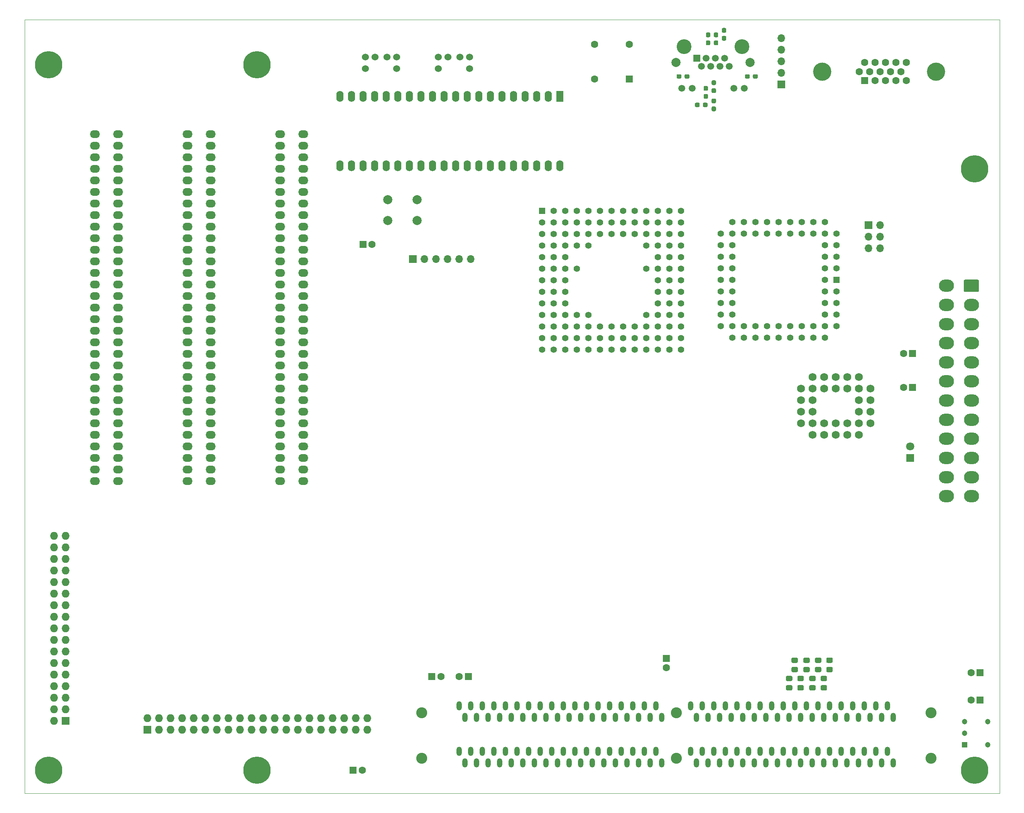
<source format=gbr>
%TF.GenerationSoftware,KiCad,Pcbnew,5.1.9*%
%TF.CreationDate,2021-03-28T04:41:59-04:00*%
%TF.ProjectId,C68,4336382e-6b69-4636-9164-5f7063625858,rev?*%
%TF.SameCoordinates,Original*%
%TF.FileFunction,Soldermask,Bot*%
%TF.FilePolarity,Negative*%
%FSLAX46Y46*%
G04 Gerber Fmt 4.6, Leading zero omitted, Abs format (unit mm)*
G04 Created by KiCad (PCBNEW 5.1.9) date 2021-03-28 04:41:59*
%MOMM*%
%LPD*%
G01*
G04 APERTURE LIST*
%TA.AperFunction,Profile*%
%ADD10C,0.050000*%
%TD*%
%ADD11O,2.200000X1.700000*%
%ADD12R,1.200000X1.200000*%
%ADD13C,1.200000*%
%ADD14O,1.700000X1.700000*%
%ADD15R,1.700000X1.700000*%
%ADD16C,2.000000*%
%ADD17C,1.397000*%
%ADD18R,1.397000X1.397000*%
%ADD19C,2.410000*%
%ADD20O,1.200000X2.000000*%
%ADD21C,6.000000*%
%ADD22C,1.600000*%
%ADD23R,1.600000X1.600000*%
%ADD24C,4.000000*%
%ADD25C,1.422400*%
%ADD26R,1.422400X1.422400*%
%ADD27C,1.750000*%
%ADD28O,3.300000X2.700000*%
%ADD29C,1.524000*%
%ADD30C,1.500000*%
%ADD31C,3.250000*%
%ADD32R,1.500000X1.500000*%
%ADD33R,1.600000X2.400000*%
%ADD34O,1.600000X2.400000*%
%ADD35C,1.800000*%
%ADD36R,1.800000X1.800000*%
%ADD37O,1.727200X1.727200*%
%ADD38R,1.727200X1.727200*%
G04 APERTURE END LIST*
D10*
X304000000Y-210000000D02*
X90000000Y-210000000D01*
X304000000Y-40000000D02*
X304000000Y-210000000D01*
X90000000Y-40000000D02*
X304000000Y-40000000D01*
X90000000Y-210000000D02*
X90000000Y-40000000D01*
D11*
X105430000Y-65220000D03*
X110510000Y-65220000D03*
X105430000Y-67760000D03*
X105430000Y-70300000D03*
X105430000Y-72840000D03*
X105430000Y-75380000D03*
X105430000Y-77920000D03*
X105430000Y-80460000D03*
X105430000Y-83000000D03*
X105430000Y-85540000D03*
X105430000Y-88080000D03*
X105430000Y-90620000D03*
X105430000Y-93160000D03*
X105430000Y-95700000D03*
X105430000Y-98240000D03*
X105430000Y-100780000D03*
X105430000Y-103320000D03*
X105430000Y-105860000D03*
X105430000Y-108400000D03*
X105430000Y-110940000D03*
X105430000Y-113480000D03*
X105430000Y-116020000D03*
X105430000Y-118560000D03*
X105430000Y-121100000D03*
X105430000Y-123640000D03*
X105430000Y-126180000D03*
X105430000Y-128720000D03*
X105430000Y-131260000D03*
X105430000Y-133800000D03*
X105430000Y-136340000D03*
X105430000Y-138880000D03*
X105430000Y-141420000D03*
X110510000Y-67760000D03*
X110510000Y-70300000D03*
X110510000Y-72840000D03*
X110510000Y-75380000D03*
X110510000Y-77920000D03*
X110510000Y-80460000D03*
X110510000Y-83000000D03*
X110510000Y-85540000D03*
X110510000Y-88080000D03*
X110510000Y-90620000D03*
X110510000Y-93160000D03*
X110510000Y-95700000D03*
X110510000Y-98240000D03*
X110510000Y-100780000D03*
X110510000Y-103320000D03*
X110510000Y-105860000D03*
X110510000Y-108400000D03*
X110510000Y-110940000D03*
X110510000Y-113480000D03*
X110510000Y-116020000D03*
X110510000Y-118560000D03*
X110510000Y-121100000D03*
X110510000Y-123640000D03*
X110510000Y-126180000D03*
X110510000Y-128720000D03*
X110510000Y-131260000D03*
X110510000Y-133800000D03*
X110510000Y-136340000D03*
X110510000Y-138880000D03*
X110510000Y-141420000D03*
D12*
X296250000Y-199320000D03*
D13*
X296250000Y-196780000D03*
X296250000Y-194240000D03*
X301330000Y-199320000D03*
X301330000Y-194240000D03*
D14*
X277740000Y-90230000D03*
X275200000Y-90230000D03*
X277740000Y-87690000D03*
X275200000Y-87690000D03*
X277740000Y-85150000D03*
D15*
X275200000Y-85150000D03*
D14*
X187890000Y-92610000D03*
X185350000Y-92610000D03*
X182810000Y-92610000D03*
X180270000Y-92610000D03*
X177730000Y-92610000D03*
D15*
X175190000Y-92610000D03*
D16*
X176190000Y-79610000D03*
X176190000Y-84110000D03*
X169690000Y-79610000D03*
X169690000Y-84110000D03*
D17*
X234040000Y-112510000D03*
X234040000Y-109970000D03*
X234040000Y-107430000D03*
X234040000Y-104890000D03*
X234040000Y-102350000D03*
X234040000Y-99810000D03*
X234040000Y-97270000D03*
X234040000Y-94730000D03*
X234040000Y-92190000D03*
X234040000Y-89650000D03*
X234040000Y-87110000D03*
X234040000Y-84570000D03*
X234040000Y-82030000D03*
X231500000Y-112510000D03*
X231500000Y-109970000D03*
X231500000Y-107430000D03*
X231500000Y-104890000D03*
X231500000Y-102350000D03*
X231500000Y-99810000D03*
X231500000Y-97270000D03*
X231500000Y-94730000D03*
X231500000Y-92190000D03*
X231500000Y-89650000D03*
X231500000Y-87110000D03*
X231500000Y-84570000D03*
X231500000Y-82030000D03*
X228960000Y-112510000D03*
X228960000Y-109970000D03*
X228960000Y-107430000D03*
X228960000Y-104890000D03*
X228960000Y-102350000D03*
X228960000Y-99810000D03*
X228960000Y-97270000D03*
X228960000Y-94730000D03*
X228960000Y-92190000D03*
X228960000Y-89650000D03*
X228960000Y-87110000D03*
X228960000Y-84570000D03*
X228960000Y-82030000D03*
X226420000Y-112510000D03*
X226420000Y-109970000D03*
X226420000Y-107430000D03*
X226420000Y-104890000D03*
X226420000Y-94730000D03*
X226420000Y-89650000D03*
X226420000Y-87110000D03*
X226420000Y-84570000D03*
X226420000Y-82030000D03*
X223880000Y-112510000D03*
X223880000Y-109970000D03*
X223880000Y-107430000D03*
X223880000Y-87110000D03*
X223880000Y-84570000D03*
X223880000Y-82030000D03*
X221340000Y-112510000D03*
X221340000Y-109970000D03*
X221340000Y-107430000D03*
X221340000Y-87110000D03*
X221340000Y-84570000D03*
X221340000Y-82030000D03*
X218800000Y-112510000D03*
X218800000Y-109970000D03*
X218800000Y-107430000D03*
X218800000Y-87110000D03*
X218800000Y-84570000D03*
X218800000Y-82030000D03*
X216260000Y-112510000D03*
X216260000Y-109970000D03*
X216260000Y-107430000D03*
X216260000Y-87110000D03*
X216260000Y-84570000D03*
X216260000Y-82030000D03*
X213720000Y-112510000D03*
X213720000Y-109970000D03*
X213720000Y-107430000D03*
X213720000Y-104890000D03*
X213720000Y-89650000D03*
X213720000Y-87110000D03*
X213720000Y-84570000D03*
X213720000Y-82030000D03*
X211180000Y-112510000D03*
X211180000Y-109970000D03*
X211180000Y-107430000D03*
X211180000Y-104890000D03*
X211180000Y-94730000D03*
X211180000Y-89650000D03*
X211180000Y-87110000D03*
X211180000Y-84570000D03*
X211180000Y-82030000D03*
X208640000Y-112510000D03*
X208640000Y-109970000D03*
X208640000Y-107430000D03*
X208640000Y-104890000D03*
X208640000Y-102350000D03*
X208640000Y-99810000D03*
X208640000Y-97270000D03*
X208640000Y-94730000D03*
X208640000Y-92190000D03*
X208640000Y-89650000D03*
X208640000Y-87110000D03*
X208640000Y-84570000D03*
X208640000Y-82030000D03*
X206100000Y-112510000D03*
X206100000Y-109970000D03*
X206100000Y-107430000D03*
X206100000Y-104890000D03*
X206100000Y-102350000D03*
X206100000Y-99810000D03*
X206100000Y-97270000D03*
X206100000Y-94730000D03*
X206100000Y-92190000D03*
X206100000Y-89650000D03*
X206100000Y-87110000D03*
X206100000Y-84570000D03*
X206100000Y-82030000D03*
X203560000Y-112510000D03*
X203560000Y-109970000D03*
X203560000Y-107430000D03*
X203560000Y-104890000D03*
X203560000Y-102350000D03*
X203560000Y-99810000D03*
X203560000Y-97270000D03*
X203560000Y-94730000D03*
X203560000Y-92190000D03*
X203560000Y-89650000D03*
X203560000Y-87110000D03*
X203560000Y-84570000D03*
D18*
X203560000Y-82030000D03*
D19*
X288907000Y-192250000D03*
X177147000Y-192250000D03*
D20*
X280652000Y-193266000D03*
X278112000Y-193266000D03*
X275572000Y-193266000D03*
X273032000Y-193266000D03*
X270492000Y-193266000D03*
X267952000Y-193266000D03*
X265412000Y-193266000D03*
X262872000Y-193266000D03*
X260332000Y-193266000D03*
X257792000Y-193266000D03*
X255252000Y-193266000D03*
X252712000Y-193266000D03*
X250172000Y-193266000D03*
X247632000Y-193266000D03*
X245092000Y-193266000D03*
X242552000Y-193266000D03*
X240012000Y-193266000D03*
X237472000Y-193266000D03*
X236202000Y-190726000D03*
X238742000Y-190726000D03*
X241282000Y-190726000D03*
X243822000Y-190726000D03*
X246362000Y-190726000D03*
X248902000Y-190726000D03*
X251442000Y-190726000D03*
X253982000Y-190726000D03*
X256522000Y-190726000D03*
X259062000Y-190726000D03*
X261602000Y-190726000D03*
X264142000Y-190726000D03*
X266682000Y-190726000D03*
X269222000Y-190726000D03*
X271762000Y-190726000D03*
X274302000Y-190726000D03*
X276842000Y-190726000D03*
X279382000Y-190726000D03*
X228582000Y-190726000D03*
X226042000Y-190726000D03*
X223502000Y-190726000D03*
X220962000Y-190726000D03*
X218422000Y-190726000D03*
X215882000Y-190726000D03*
X213342000Y-190726000D03*
X210802000Y-190726000D03*
X208262000Y-190726000D03*
X205722000Y-190726000D03*
X203182000Y-190726000D03*
X200642000Y-190726000D03*
X198102000Y-190726000D03*
X195562000Y-190726000D03*
X193022000Y-190726000D03*
X190482000Y-190726000D03*
X187942000Y-190726000D03*
X185402000Y-190726000D03*
X186672000Y-193266000D03*
X189212000Y-193266000D03*
X191752000Y-193266000D03*
X194292000Y-193266000D03*
X196832000Y-193266000D03*
X199372000Y-193266000D03*
X201912000Y-193266000D03*
X204452000Y-193266000D03*
X206992000Y-193266000D03*
X209532000Y-193266000D03*
X212072000Y-193266000D03*
X214612000Y-193266000D03*
X217152000Y-193266000D03*
X219692000Y-193266000D03*
X222232000Y-193266000D03*
X224772000Y-193266000D03*
X227312000Y-193266000D03*
X229852000Y-193266000D03*
D19*
X233027000Y-192250000D03*
D21*
X140990000Y-49980000D03*
X298470000Y-72840000D03*
X298470000Y-204920000D03*
X140990000Y-204920000D03*
D11*
X125750000Y-65220000D03*
X130830000Y-65220000D03*
X125750000Y-67760000D03*
X125750000Y-70300000D03*
X125750000Y-72840000D03*
X125750000Y-75380000D03*
X125750000Y-77920000D03*
X125750000Y-80460000D03*
X125750000Y-83000000D03*
X125750000Y-85540000D03*
X125750000Y-88080000D03*
X125750000Y-90620000D03*
X125750000Y-93160000D03*
X125750000Y-95700000D03*
X125750000Y-98240000D03*
X125750000Y-100780000D03*
X125750000Y-103320000D03*
X125750000Y-105860000D03*
X125750000Y-108400000D03*
X125750000Y-110940000D03*
X125750000Y-113480000D03*
X125750000Y-116020000D03*
X125750000Y-118560000D03*
X125750000Y-121100000D03*
X125750000Y-123640000D03*
X125750000Y-126180000D03*
X125750000Y-128720000D03*
X125750000Y-131260000D03*
X125750000Y-133800000D03*
X125750000Y-136340000D03*
X125750000Y-138880000D03*
X125750000Y-141420000D03*
X130830000Y-67760000D03*
X130830000Y-70300000D03*
X130830000Y-72840000D03*
X130830000Y-75380000D03*
X130830000Y-77920000D03*
X130830000Y-80460000D03*
X130830000Y-83000000D03*
X130830000Y-85540000D03*
X130830000Y-88080000D03*
X130830000Y-90620000D03*
X130830000Y-93160000D03*
X130830000Y-95700000D03*
X130830000Y-98240000D03*
X130830000Y-100780000D03*
X130830000Y-103320000D03*
X130830000Y-105860000D03*
X130830000Y-108400000D03*
X130830000Y-110940000D03*
X130830000Y-113480000D03*
X130830000Y-116020000D03*
X130830000Y-118560000D03*
X130830000Y-121100000D03*
X130830000Y-123640000D03*
X130830000Y-126180000D03*
X130830000Y-128720000D03*
X130830000Y-131260000D03*
X130830000Y-133800000D03*
X130830000Y-136340000D03*
X130830000Y-138880000D03*
X130830000Y-141420000D03*
X146070000Y-65220000D03*
X151150000Y-65220000D03*
X146070000Y-67760000D03*
X146070000Y-70300000D03*
X146070000Y-72840000D03*
X146070000Y-75380000D03*
X146070000Y-77920000D03*
X146070000Y-80460000D03*
X146070000Y-83000000D03*
X146070000Y-85540000D03*
X146070000Y-88080000D03*
X146070000Y-90620000D03*
X146070000Y-93160000D03*
X146070000Y-95700000D03*
X146070000Y-98240000D03*
X146070000Y-100780000D03*
X146070000Y-103320000D03*
X146070000Y-105860000D03*
X146070000Y-108400000D03*
X146070000Y-110940000D03*
X146070000Y-113480000D03*
X146070000Y-116020000D03*
X146070000Y-118560000D03*
X146070000Y-121100000D03*
X146070000Y-123640000D03*
X146070000Y-126180000D03*
X146070000Y-128720000D03*
X146070000Y-131260000D03*
X146070000Y-133800000D03*
X146070000Y-136340000D03*
X146070000Y-138880000D03*
X146070000Y-141420000D03*
X151150000Y-67760000D03*
X151150000Y-70300000D03*
X151150000Y-72840000D03*
X151150000Y-75380000D03*
X151150000Y-77920000D03*
X151150000Y-80460000D03*
X151150000Y-83000000D03*
X151150000Y-85540000D03*
X151150000Y-88080000D03*
X151150000Y-90620000D03*
X151150000Y-93160000D03*
X151150000Y-95700000D03*
X151150000Y-98240000D03*
X151150000Y-100780000D03*
X151150000Y-103320000D03*
X151150000Y-105860000D03*
X151150000Y-108400000D03*
X151150000Y-110940000D03*
X151150000Y-113480000D03*
X151150000Y-116020000D03*
X151150000Y-118560000D03*
X151150000Y-121100000D03*
X151150000Y-123640000D03*
X151150000Y-126180000D03*
X151150000Y-128720000D03*
X151150000Y-131260000D03*
X151150000Y-133800000D03*
X151150000Y-136340000D03*
X151150000Y-138880000D03*
X151150000Y-141420000D03*
G36*
G01*
X239762500Y-42850000D02*
X240237500Y-42850000D01*
G75*
G02*
X240475000Y-43087500I0J-237500D01*
G01*
X240475000Y-43662500D01*
G75*
G02*
X240237500Y-43900000I-237500J0D01*
G01*
X239762500Y-43900000D01*
G75*
G02*
X239525000Y-43662500I0J237500D01*
G01*
X239525000Y-43087500D01*
G75*
G02*
X239762500Y-42850000I237500J0D01*
G01*
G37*
G36*
G01*
X239762500Y-44600000D02*
X240237500Y-44600000D01*
G75*
G02*
X240475000Y-44837500I0J-237500D01*
G01*
X240475000Y-45412500D01*
G75*
G02*
X240237500Y-45650000I-237500J0D01*
G01*
X239762500Y-45650000D01*
G75*
G02*
X239525000Y-45412500I0J237500D01*
G01*
X239525000Y-44837500D01*
G75*
G02*
X239762500Y-44600000I237500J0D01*
G01*
G37*
G36*
G01*
X241487500Y-60150000D02*
X241012500Y-60150000D01*
G75*
G02*
X240775000Y-59912500I0J237500D01*
G01*
X240775000Y-59337500D01*
G75*
G02*
X241012500Y-59100000I237500J0D01*
G01*
X241487500Y-59100000D01*
G75*
G02*
X241725000Y-59337500I0J-237500D01*
G01*
X241725000Y-59912500D01*
G75*
G02*
X241487500Y-60150000I-237500J0D01*
G01*
G37*
G36*
G01*
X241487500Y-58400000D02*
X241012500Y-58400000D01*
G75*
G02*
X240775000Y-58162500I0J237500D01*
G01*
X240775000Y-57587500D01*
G75*
G02*
X241012500Y-57350000I237500J0D01*
G01*
X241487500Y-57350000D01*
G75*
G02*
X241725000Y-57587500I0J-237500D01*
G01*
X241725000Y-58162500D01*
G75*
G02*
X241487500Y-58400000I-237500J0D01*
G01*
G37*
G36*
G01*
X249150000Y-52262500D02*
X249150000Y-52737500D01*
G75*
G02*
X248912500Y-52975000I-237500J0D01*
G01*
X248337500Y-52975000D01*
G75*
G02*
X248100000Y-52737500I0J237500D01*
G01*
X248100000Y-52262500D01*
G75*
G02*
X248337500Y-52025000I237500J0D01*
G01*
X248912500Y-52025000D01*
G75*
G02*
X249150000Y-52262500I0J-237500D01*
G01*
G37*
G36*
G01*
X250900000Y-52262500D02*
X250900000Y-52737500D01*
G75*
G02*
X250662500Y-52975000I-237500J0D01*
G01*
X250087500Y-52975000D01*
G75*
G02*
X249850000Y-52737500I0J237500D01*
G01*
X249850000Y-52262500D01*
G75*
G02*
X250087500Y-52025000I237500J0D01*
G01*
X250662500Y-52025000D01*
G75*
G02*
X250900000Y-52262500I0J-237500D01*
G01*
G37*
G36*
G01*
X234850000Y-52737500D02*
X234850000Y-52262500D01*
G75*
G02*
X235087500Y-52025000I237500J0D01*
G01*
X235662500Y-52025000D01*
G75*
G02*
X235900000Y-52262500I0J-237500D01*
G01*
X235900000Y-52737500D01*
G75*
G02*
X235662500Y-52975000I-237500J0D01*
G01*
X235087500Y-52975000D01*
G75*
G02*
X234850000Y-52737500I0J237500D01*
G01*
G37*
G36*
G01*
X233100000Y-52737500D02*
X233100000Y-52262500D01*
G75*
G02*
X233337500Y-52025000I237500J0D01*
G01*
X233912500Y-52025000D01*
G75*
G02*
X234150000Y-52262500I0J-237500D01*
G01*
X234150000Y-52737500D01*
G75*
G02*
X233912500Y-52975000I-237500J0D01*
G01*
X233337500Y-52975000D01*
G75*
G02*
X233100000Y-52737500I0J237500D01*
G01*
G37*
G36*
G01*
X243737500Y-42900000D02*
X243262500Y-42900000D01*
G75*
G02*
X243025000Y-42662500I0J237500D01*
G01*
X243025000Y-42087500D01*
G75*
G02*
X243262500Y-41850000I237500J0D01*
G01*
X243737500Y-41850000D01*
G75*
G02*
X243975000Y-42087500I0J-237500D01*
G01*
X243975000Y-42662500D01*
G75*
G02*
X243737500Y-42900000I-237500J0D01*
G01*
G37*
G36*
G01*
X243737500Y-44650000D02*
X243262500Y-44650000D01*
G75*
G02*
X243025000Y-44412500I0J237500D01*
G01*
X243025000Y-43837500D01*
G75*
G02*
X243262500Y-43600000I237500J0D01*
G01*
X243737500Y-43600000D01*
G75*
G02*
X243975000Y-43837500I0J-237500D01*
G01*
X243975000Y-44412500D01*
G75*
G02*
X243737500Y-44650000I-237500J0D01*
G01*
G37*
G36*
G01*
X241512500Y-44600000D02*
X241987500Y-44600000D01*
G75*
G02*
X242225000Y-44837500I0J-237500D01*
G01*
X242225000Y-45412500D01*
G75*
G02*
X241987500Y-45650000I-237500J0D01*
G01*
X241512500Y-45650000D01*
G75*
G02*
X241275000Y-45412500I0J237500D01*
G01*
X241275000Y-44837500D01*
G75*
G02*
X241512500Y-44600000I237500J0D01*
G01*
G37*
G36*
G01*
X241512500Y-42850000D02*
X241987500Y-42850000D01*
G75*
G02*
X242225000Y-43087500I0J-237500D01*
G01*
X242225000Y-43662500D01*
G75*
G02*
X241987500Y-43900000I-237500J0D01*
G01*
X241512500Y-43900000D01*
G75*
G02*
X241275000Y-43662500I0J237500D01*
G01*
X241275000Y-43087500D01*
G75*
G02*
X241512500Y-42850000I237500J0D01*
G01*
G37*
G36*
G01*
X239737500Y-55650000D02*
X239262500Y-55650000D01*
G75*
G02*
X239025000Y-55412500I0J237500D01*
G01*
X239025000Y-54837500D01*
G75*
G02*
X239262500Y-54600000I237500J0D01*
G01*
X239737500Y-54600000D01*
G75*
G02*
X239975000Y-54837500I0J-237500D01*
G01*
X239975000Y-55412500D01*
G75*
G02*
X239737500Y-55650000I-237500J0D01*
G01*
G37*
G36*
G01*
X239737500Y-57400000D02*
X239262500Y-57400000D01*
G75*
G02*
X239025000Y-57162500I0J237500D01*
G01*
X239025000Y-56587500D01*
G75*
G02*
X239262500Y-56350000I237500J0D01*
G01*
X239737500Y-56350000D01*
G75*
G02*
X239975000Y-56587500I0J-237500D01*
G01*
X239975000Y-57162500D01*
G75*
G02*
X239737500Y-57400000I-237500J0D01*
G01*
G37*
G36*
G01*
X241012500Y-55100000D02*
X241487500Y-55100000D01*
G75*
G02*
X241725000Y-55337500I0J-237500D01*
G01*
X241725000Y-55912500D01*
G75*
G02*
X241487500Y-56150000I-237500J0D01*
G01*
X241012500Y-56150000D01*
G75*
G02*
X240775000Y-55912500I0J237500D01*
G01*
X240775000Y-55337500D01*
G75*
G02*
X241012500Y-55100000I237500J0D01*
G01*
G37*
G36*
G01*
X241012500Y-53350000D02*
X241487500Y-53350000D01*
G75*
G02*
X241725000Y-53587500I0J-237500D01*
G01*
X241725000Y-54162500D01*
G75*
G02*
X241487500Y-54400000I-237500J0D01*
G01*
X241012500Y-54400000D01*
G75*
G02*
X240775000Y-54162500I0J237500D01*
G01*
X240775000Y-53587500D01*
G75*
G02*
X241012500Y-53350000I237500J0D01*
G01*
G37*
D14*
X256035095Y-44069404D03*
X256035095Y-46609404D03*
X256035095Y-49149404D03*
X256035095Y-51689404D03*
D15*
X256035095Y-54229404D03*
D21*
X95270000Y-204920000D03*
X95270000Y-49980000D03*
D19*
X288907000Y-202250000D03*
X177147000Y-202250000D03*
D20*
X280652000Y-203266000D03*
X278112000Y-203266000D03*
X275572000Y-203266000D03*
X273032000Y-203266000D03*
X270492000Y-203266000D03*
X267952000Y-203266000D03*
X265412000Y-203266000D03*
X262872000Y-203266000D03*
X260332000Y-203266000D03*
X257792000Y-203266000D03*
X255252000Y-203266000D03*
X252712000Y-203266000D03*
X250172000Y-203266000D03*
X247632000Y-203266000D03*
X245092000Y-203266000D03*
X242552000Y-203266000D03*
X240012000Y-203266000D03*
X237472000Y-203266000D03*
X236202000Y-200726000D03*
X238742000Y-200726000D03*
X241282000Y-200726000D03*
X243822000Y-200726000D03*
X246362000Y-200726000D03*
X248902000Y-200726000D03*
X251442000Y-200726000D03*
X253982000Y-200726000D03*
X256522000Y-200726000D03*
X259062000Y-200726000D03*
X261602000Y-200726000D03*
X264142000Y-200726000D03*
X266682000Y-200726000D03*
X269222000Y-200726000D03*
X271762000Y-200726000D03*
X274302000Y-200726000D03*
X276842000Y-200726000D03*
X279382000Y-200726000D03*
X228582000Y-200726000D03*
X226042000Y-200726000D03*
X223502000Y-200726000D03*
X220962000Y-200726000D03*
X218422000Y-200726000D03*
X215882000Y-200726000D03*
X213342000Y-200726000D03*
X210802000Y-200726000D03*
X208262000Y-200726000D03*
X205722000Y-200726000D03*
X203182000Y-200726000D03*
X200642000Y-200726000D03*
X198102000Y-200726000D03*
X195562000Y-200726000D03*
X193022000Y-200726000D03*
X190482000Y-200726000D03*
X187942000Y-200726000D03*
X185402000Y-200726000D03*
X186672000Y-203266000D03*
X189212000Y-203266000D03*
X191752000Y-203266000D03*
X194292000Y-203266000D03*
X196832000Y-203266000D03*
X199372000Y-203266000D03*
X201912000Y-203266000D03*
X204452000Y-203266000D03*
X206992000Y-203266000D03*
X209532000Y-203266000D03*
X212072000Y-203266000D03*
X214612000Y-203266000D03*
X217152000Y-203266000D03*
X219692000Y-203266000D03*
X222232000Y-203266000D03*
X224772000Y-203266000D03*
X227312000Y-203266000D03*
X229852000Y-203266000D03*
D19*
X233027000Y-202250000D03*
D22*
X278910000Y-53420000D03*
X281200000Y-53420000D03*
X283490000Y-53420000D03*
X276620000Y-53420000D03*
D23*
X274330000Y-53420000D03*
D24*
X265035000Y-51440000D03*
D22*
X283490000Y-49460000D03*
X281200000Y-49460000D03*
X278910000Y-49460000D03*
X276620000Y-49460000D03*
X274330000Y-49460000D03*
X275475000Y-51440000D03*
X273185000Y-51440000D03*
X280055000Y-51440000D03*
X282345000Y-51440000D03*
X277765000Y-51440000D03*
D24*
X290025000Y-51440000D03*
G36*
G01*
X267100001Y-183350000D02*
X266199999Y-183350000D01*
G75*
G02*
X265950000Y-183100001I0J249999D01*
G01*
X265950000Y-182449999D01*
G75*
G02*
X266199999Y-182200000I249999J0D01*
G01*
X267100001Y-182200000D01*
G75*
G02*
X267350000Y-182449999I0J-249999D01*
G01*
X267350000Y-183100001D01*
G75*
G02*
X267100001Y-183350000I-249999J0D01*
G01*
G37*
G36*
G01*
X267100001Y-181300000D02*
X266199999Y-181300000D01*
G75*
G02*
X265950000Y-181050001I0J249999D01*
G01*
X265950000Y-180399999D01*
G75*
G02*
X266199999Y-180150000I249999J0D01*
G01*
X267100001Y-180150000D01*
G75*
G02*
X267350000Y-180399999I0J-249999D01*
G01*
X267350000Y-181050001D01*
G75*
G02*
X267100001Y-181300000I-249999J0D01*
G01*
G37*
G36*
G01*
X265850001Y-187350000D02*
X264949999Y-187350000D01*
G75*
G02*
X264700000Y-187100001I0J249999D01*
G01*
X264700000Y-186449999D01*
G75*
G02*
X264949999Y-186200000I249999J0D01*
G01*
X265850001Y-186200000D01*
G75*
G02*
X266100000Y-186449999I0J-249999D01*
G01*
X266100000Y-187100001D01*
G75*
G02*
X265850001Y-187350000I-249999J0D01*
G01*
G37*
G36*
G01*
X265850001Y-185300000D02*
X264949999Y-185300000D01*
G75*
G02*
X264700000Y-185050001I0J249999D01*
G01*
X264700000Y-184399999D01*
G75*
G02*
X264949999Y-184150000I249999J0D01*
G01*
X265850001Y-184150000D01*
G75*
G02*
X266100000Y-184399999I0J-249999D01*
G01*
X266100000Y-185050001D01*
G75*
G02*
X265850001Y-185300000I-249999J0D01*
G01*
G37*
G36*
G01*
X264600001Y-183350000D02*
X263699999Y-183350000D01*
G75*
G02*
X263450000Y-183100001I0J249999D01*
G01*
X263450000Y-182449999D01*
G75*
G02*
X263699999Y-182200000I249999J0D01*
G01*
X264600001Y-182200000D01*
G75*
G02*
X264850000Y-182449999I0J-249999D01*
G01*
X264850000Y-183100001D01*
G75*
G02*
X264600001Y-183350000I-249999J0D01*
G01*
G37*
G36*
G01*
X264600001Y-181300000D02*
X263699999Y-181300000D01*
G75*
G02*
X263450000Y-181050001I0J249999D01*
G01*
X263450000Y-180399999D01*
G75*
G02*
X263699999Y-180150000I249999J0D01*
G01*
X264600001Y-180150000D01*
G75*
G02*
X264850000Y-180399999I0J-249999D01*
G01*
X264850000Y-181050001D01*
G75*
G02*
X264600001Y-181300000I-249999J0D01*
G01*
G37*
G36*
G01*
X263350001Y-187350000D02*
X262449999Y-187350000D01*
G75*
G02*
X262200000Y-187100001I0J249999D01*
G01*
X262200000Y-186449999D01*
G75*
G02*
X262449999Y-186200000I249999J0D01*
G01*
X263350001Y-186200000D01*
G75*
G02*
X263600000Y-186449999I0J-249999D01*
G01*
X263600000Y-187100001D01*
G75*
G02*
X263350001Y-187350000I-249999J0D01*
G01*
G37*
G36*
G01*
X263350001Y-185300000D02*
X262449999Y-185300000D01*
G75*
G02*
X262200000Y-185050001I0J249999D01*
G01*
X262200000Y-184399999D01*
G75*
G02*
X262449999Y-184150000I249999J0D01*
G01*
X263350001Y-184150000D01*
G75*
G02*
X263600000Y-184399999I0J-249999D01*
G01*
X263600000Y-185050001D01*
G75*
G02*
X263350001Y-185300000I-249999J0D01*
G01*
G37*
G36*
G01*
X262050001Y-183350000D02*
X261149999Y-183350000D01*
G75*
G02*
X260900000Y-183100001I0J249999D01*
G01*
X260900000Y-182449999D01*
G75*
G02*
X261149999Y-182200000I249999J0D01*
G01*
X262050001Y-182200000D01*
G75*
G02*
X262300000Y-182449999I0J-249999D01*
G01*
X262300000Y-183100001D01*
G75*
G02*
X262050001Y-183350000I-249999J0D01*
G01*
G37*
G36*
G01*
X262050001Y-181300000D02*
X261149999Y-181300000D01*
G75*
G02*
X260900000Y-181050001I0J249999D01*
G01*
X260900000Y-180399999D01*
G75*
G02*
X261149999Y-180150000I249999J0D01*
G01*
X262050001Y-180150000D01*
G75*
G02*
X262300000Y-180399999I0J-249999D01*
G01*
X262300000Y-181050001D01*
G75*
G02*
X262050001Y-181300000I-249999J0D01*
G01*
G37*
G36*
G01*
X260750001Y-187350000D02*
X259849999Y-187350000D01*
G75*
G02*
X259600000Y-187100001I0J249999D01*
G01*
X259600000Y-186449999D01*
G75*
G02*
X259849999Y-186200000I249999J0D01*
G01*
X260750001Y-186200000D01*
G75*
G02*
X261000000Y-186449999I0J-249999D01*
G01*
X261000000Y-187100001D01*
G75*
G02*
X260750001Y-187350000I-249999J0D01*
G01*
G37*
G36*
G01*
X260750001Y-185300000D02*
X259849999Y-185300000D01*
G75*
G02*
X259600000Y-185050001I0J249999D01*
G01*
X259600000Y-184399999D01*
G75*
G02*
X259849999Y-184150000I249999J0D01*
G01*
X260750001Y-184150000D01*
G75*
G02*
X261000000Y-184399999I0J-249999D01*
G01*
X261000000Y-185050001D01*
G75*
G02*
X260750001Y-185300000I-249999J0D01*
G01*
G37*
G36*
G01*
X259450001Y-183350000D02*
X258549999Y-183350000D01*
G75*
G02*
X258300000Y-183100001I0J249999D01*
G01*
X258300000Y-182449999D01*
G75*
G02*
X258549999Y-182200000I249999J0D01*
G01*
X259450001Y-182200000D01*
G75*
G02*
X259700000Y-182449999I0J-249999D01*
G01*
X259700000Y-183100001D01*
G75*
G02*
X259450001Y-183350000I-249999J0D01*
G01*
G37*
G36*
G01*
X259450001Y-181300000D02*
X258549999Y-181300000D01*
G75*
G02*
X258300000Y-181050001I0J249999D01*
G01*
X258300000Y-180399999D01*
G75*
G02*
X258549999Y-180150000I249999J0D01*
G01*
X259450001Y-180150000D01*
G75*
G02*
X259700000Y-180399999I0J-249999D01*
G01*
X259700000Y-181050001D01*
G75*
G02*
X259450001Y-181300000I-249999J0D01*
G01*
G37*
G36*
G01*
X258250001Y-187350000D02*
X257349999Y-187350000D01*
G75*
G02*
X257100000Y-187100001I0J249999D01*
G01*
X257100000Y-186449999D01*
G75*
G02*
X257349999Y-186200000I249999J0D01*
G01*
X258250001Y-186200000D01*
G75*
G02*
X258500000Y-186449999I0J-249999D01*
G01*
X258500000Y-187100001D01*
G75*
G02*
X258250001Y-187350000I-249999J0D01*
G01*
G37*
G36*
G01*
X258250001Y-185300000D02*
X257349999Y-185300000D01*
G75*
G02*
X257100000Y-185050001I0J249999D01*
G01*
X257100000Y-184399999D01*
G75*
G02*
X257349999Y-184150000I249999J0D01*
G01*
X258250001Y-184150000D01*
G75*
G02*
X258500000Y-184399999I0J-249999D01*
G01*
X258500000Y-185050001D01*
G75*
G02*
X258250001Y-185300000I-249999J0D01*
G01*
G37*
D22*
X185380000Y-184320000D03*
D23*
X187380000Y-184320000D03*
D22*
X230880000Y-182320000D03*
D23*
X230880000Y-180320000D03*
D22*
X297710000Y-183440000D03*
D23*
X299710000Y-183440000D03*
D22*
X297710000Y-189440000D03*
D23*
X299710000Y-189440000D03*
D22*
X164130000Y-204870000D03*
D23*
X162130000Y-204870000D03*
D22*
X181380000Y-184320000D03*
D23*
X179380000Y-184320000D03*
D22*
X282880000Y-120820000D03*
D23*
X284880000Y-120820000D03*
D22*
X282880000Y-113320000D03*
D23*
X284880000Y-113320000D03*
D22*
X166270000Y-89390000D03*
D23*
X164270000Y-89390000D03*
D25*
X265680000Y-109850000D03*
X263140000Y-109850000D03*
X260600000Y-109850000D03*
X258060000Y-109850000D03*
X255520000Y-109850000D03*
X252980000Y-109850000D03*
X250440000Y-109850000D03*
X247900000Y-109850000D03*
X268220000Y-107310000D03*
X263140000Y-107310000D03*
X260600000Y-107310000D03*
X258060000Y-107310000D03*
X255520000Y-107310000D03*
X252980000Y-107310000D03*
X250440000Y-107310000D03*
X247900000Y-107310000D03*
X245360000Y-107310000D03*
X242820000Y-107310000D03*
X242820000Y-104770000D03*
X242820000Y-102230000D03*
X242820000Y-99690000D03*
X242820000Y-97150000D03*
X242820000Y-94610000D03*
X242820000Y-92070000D03*
X242820000Y-89530000D03*
X242820000Y-86990000D03*
X245360000Y-109850000D03*
X245360000Y-104770000D03*
X245360000Y-102230000D03*
X245360000Y-99690000D03*
X245360000Y-97150000D03*
X245360000Y-94610000D03*
X245360000Y-92070000D03*
X245360000Y-89530000D03*
X245360000Y-86990000D03*
X245360000Y-84450000D03*
X247900000Y-84450000D03*
X250440000Y-84450000D03*
X252980000Y-84450000D03*
X255520000Y-84450000D03*
X258060000Y-84450000D03*
X260600000Y-84450000D03*
X263140000Y-84450000D03*
X265680000Y-84450000D03*
X247900000Y-86990000D03*
X250440000Y-86990000D03*
X252980000Y-86990000D03*
X255520000Y-86990000D03*
X258060000Y-86990000D03*
X260600000Y-86990000D03*
X263140000Y-86990000D03*
X265680000Y-86990000D03*
X268220000Y-104770000D03*
X268220000Y-102230000D03*
X268220000Y-99690000D03*
X268220000Y-86990000D03*
X268220000Y-89530000D03*
X268220000Y-92070000D03*
X268220000Y-94610000D03*
D26*
X268220000Y-97150000D03*
D25*
X265680000Y-107310000D03*
X265680000Y-104770000D03*
X265680000Y-102230000D03*
X265680000Y-99690000D03*
X265680000Y-89530000D03*
X265680000Y-92070000D03*
X265680000Y-94610000D03*
X265680000Y-97150000D03*
D27*
X262910000Y-118530000D03*
X265450000Y-118530000D03*
X267990000Y-118530000D03*
X270530000Y-118530000D03*
X273070000Y-118530000D03*
X265450000Y-121070000D03*
X267990000Y-121070000D03*
X270530000Y-121070000D03*
X275610000Y-121070000D03*
X275610000Y-123610000D03*
X275610000Y-126150000D03*
X275610000Y-128690000D03*
X273070000Y-121070000D03*
X273070000Y-123610000D03*
X273070000Y-126150000D03*
X273070000Y-128690000D03*
X273070000Y-131230000D03*
X270530000Y-131230000D03*
X267990000Y-131230000D03*
X265450000Y-131230000D03*
X262910000Y-131230000D03*
X270530000Y-128690000D03*
X267990000Y-128690000D03*
X265450000Y-128690000D03*
X262910000Y-128690000D03*
X260370000Y-121070000D03*
X260370000Y-123610000D03*
X260370000Y-128690000D03*
X260370000Y-126150000D03*
X262910000Y-118530000D03*
X262910000Y-121070000D03*
X262910000Y-126150000D03*
X262910000Y-123610000D03*
G36*
G01*
X296375001Y-97140000D02*
X299174999Y-97140000D01*
G75*
G02*
X299425000Y-97390001I0J-250001D01*
G01*
X299425000Y-99589999D01*
G75*
G02*
X299174999Y-99840000I-250001J0D01*
G01*
X296375001Y-99840000D01*
G75*
G02*
X296125000Y-99589999I0J250001D01*
G01*
X296125000Y-97390001D01*
G75*
G02*
X296375001Y-97140000I250001J0D01*
G01*
G37*
D28*
X297775000Y-102690000D03*
X297775000Y-106890000D03*
X297775000Y-111090000D03*
X297775000Y-115290000D03*
X297775000Y-119490000D03*
X297775000Y-123690000D03*
X297775000Y-127890000D03*
X297775000Y-132090000D03*
X297775000Y-136290000D03*
X297775000Y-140490000D03*
X297775000Y-144690000D03*
X292275000Y-98490000D03*
X292275000Y-102690000D03*
X292275000Y-106890000D03*
X292275000Y-111090000D03*
X292275000Y-115290000D03*
X292275000Y-119490000D03*
X292275000Y-123690000D03*
X292275000Y-127890000D03*
X292275000Y-132090000D03*
X292275000Y-136290000D03*
X292275000Y-140490000D03*
X292275000Y-144690000D03*
D29*
X171630000Y-50760000D03*
X164830000Y-50760000D03*
X164830000Y-48260000D03*
X171630000Y-48260000D03*
X169530000Y-48260000D03*
X166930000Y-48260000D03*
X187630000Y-50760000D03*
X180830000Y-50760000D03*
X180830000Y-48260000D03*
X187630000Y-48260000D03*
X185530000Y-48260000D03*
X182930000Y-48260000D03*
D30*
X247920000Y-55100000D03*
X245630000Y-55100000D03*
X236490000Y-55100000D03*
X234200000Y-55100000D03*
D16*
X232930000Y-49390000D03*
X249190000Y-49390000D03*
D31*
X247410000Y-45960000D03*
X234710000Y-45960000D03*
D30*
X244640000Y-50280000D03*
X242600000Y-50280000D03*
X240560000Y-50280000D03*
X238520000Y-50280000D03*
X243620000Y-48500000D03*
X241580000Y-48500000D03*
X239540000Y-48500000D03*
D32*
X237500000Y-48500000D03*
G36*
G01*
X238150000Y-58512500D02*
X238150000Y-58987500D01*
G75*
G02*
X237912500Y-59225000I-237500J0D01*
G01*
X237337500Y-59225000D01*
G75*
G02*
X237100000Y-58987500I0J237500D01*
G01*
X237100000Y-58512500D01*
G75*
G02*
X237337500Y-58275000I237500J0D01*
G01*
X237912500Y-58275000D01*
G75*
G02*
X238150000Y-58512500I0J-237500D01*
G01*
G37*
G36*
G01*
X239900000Y-58512500D02*
X239900000Y-58987500D01*
G75*
G02*
X239662500Y-59225000I-237500J0D01*
G01*
X239087500Y-59225000D01*
G75*
G02*
X238850000Y-58987500I0J237500D01*
G01*
X238850000Y-58512500D01*
G75*
G02*
X239087500Y-58275000I237500J0D01*
G01*
X239662500Y-58275000D01*
G75*
G02*
X239900000Y-58512500I0J-237500D01*
G01*
G37*
D33*
X207460000Y-56870000D03*
D34*
X159200000Y-72110000D03*
X204920000Y-56870000D03*
X161740000Y-72110000D03*
X202380000Y-56870000D03*
X164280000Y-72110000D03*
X199840000Y-56870000D03*
X166820000Y-72110000D03*
X197300000Y-56870000D03*
X169360000Y-72110000D03*
X194760000Y-56870000D03*
X171900000Y-72110000D03*
X192220000Y-56870000D03*
X174440000Y-72110000D03*
X189680000Y-56870000D03*
X176980000Y-72110000D03*
X187140000Y-56870000D03*
X179520000Y-72110000D03*
X184600000Y-56870000D03*
X182060000Y-72110000D03*
X182060000Y-56870000D03*
X184600000Y-72110000D03*
X179520000Y-56870000D03*
X187140000Y-72110000D03*
X176980000Y-56870000D03*
X189680000Y-72110000D03*
X174440000Y-56870000D03*
X192220000Y-72110000D03*
X171900000Y-56870000D03*
X194760000Y-72110000D03*
X169360000Y-56870000D03*
X197300000Y-72110000D03*
X166820000Y-56870000D03*
X199840000Y-72110000D03*
X164280000Y-56870000D03*
X202380000Y-72110000D03*
X161740000Y-56870000D03*
X204920000Y-72110000D03*
X159200000Y-56870000D03*
X207460000Y-72110000D03*
D23*
X222740000Y-53050000D03*
D22*
X215120000Y-53050000D03*
X215120000Y-45430000D03*
X222740000Y-45430000D03*
D35*
X284325000Y-133800000D03*
D36*
X284325000Y-136340000D03*
D37*
X165260000Y-193460000D03*
X165260000Y-196000000D03*
X162720000Y-193460000D03*
X162720000Y-196000000D03*
X160180000Y-193460000D03*
X160180000Y-196000000D03*
X157640000Y-193460000D03*
X157640000Y-196000000D03*
X155100000Y-193460000D03*
X155100000Y-196000000D03*
X152560000Y-193460000D03*
X152560000Y-196000000D03*
X150020000Y-193460000D03*
X150020000Y-196000000D03*
X147480000Y-193460000D03*
X147480000Y-196000000D03*
X144940000Y-193460000D03*
X144940000Y-196000000D03*
X142400000Y-193460000D03*
X142400000Y-196000000D03*
X139860000Y-193460000D03*
X139860000Y-196000000D03*
X137320000Y-193460000D03*
X137320000Y-196000000D03*
X134780000Y-193460000D03*
X134780000Y-196000000D03*
X132240000Y-193460000D03*
X132240000Y-196000000D03*
X129700000Y-193460000D03*
X129700000Y-196000000D03*
X127160000Y-193460000D03*
X127160000Y-196000000D03*
X124620000Y-193460000D03*
X124620000Y-196000000D03*
X122080000Y-193460000D03*
X122080000Y-196000000D03*
X119540000Y-193460000D03*
X119540000Y-196000000D03*
X117000000Y-193460000D03*
D38*
X117000000Y-196000000D03*
D37*
X96460000Y-153360000D03*
X99000000Y-153360000D03*
X96460000Y-155900000D03*
X99000000Y-155900000D03*
X96460000Y-158440000D03*
X99000000Y-158440000D03*
X96460000Y-160980000D03*
X99000000Y-160980000D03*
X96460000Y-163520000D03*
X99000000Y-163520000D03*
X96460000Y-166060000D03*
X99000000Y-166060000D03*
X96460000Y-168600000D03*
X99000000Y-168600000D03*
X96460000Y-171140000D03*
X99000000Y-171140000D03*
X96460000Y-173680000D03*
X99000000Y-173680000D03*
X96460000Y-176220000D03*
X99000000Y-176220000D03*
X96460000Y-178760000D03*
X99000000Y-178760000D03*
X96460000Y-181300000D03*
X99000000Y-181300000D03*
X96460000Y-183840000D03*
X99000000Y-183840000D03*
X96460000Y-186380000D03*
X99000000Y-186380000D03*
X96460000Y-188920000D03*
X99000000Y-188920000D03*
X96460000Y-191460000D03*
X99000000Y-191460000D03*
X96460000Y-194000000D03*
D38*
X99000000Y-194000000D03*
M02*

</source>
